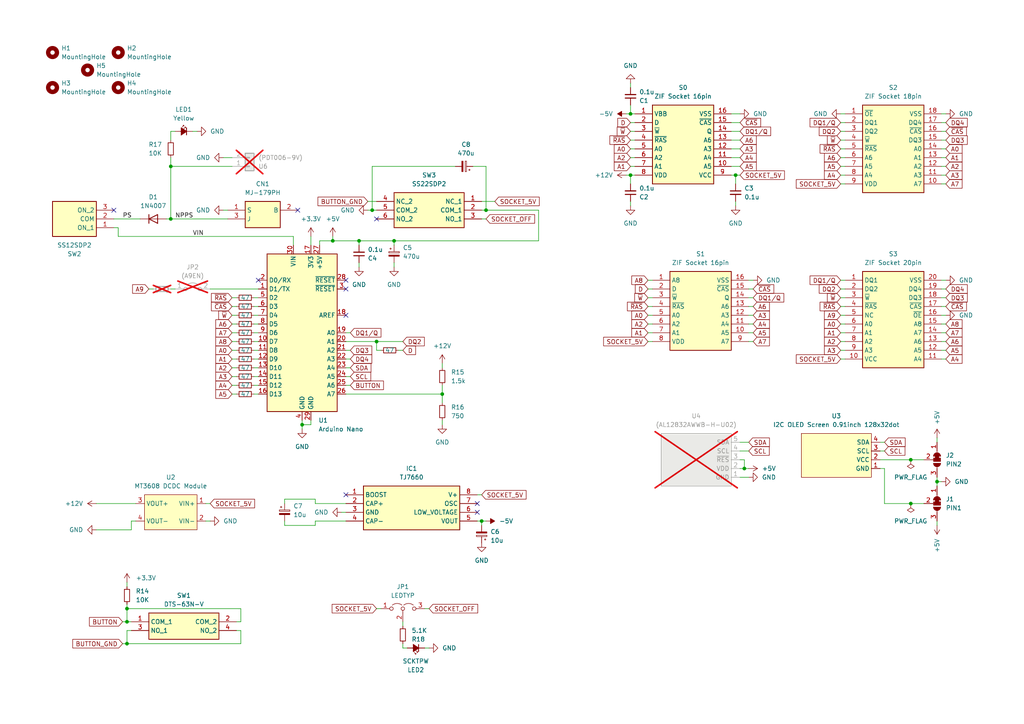
<source format=kicad_sch>
(kicad_sch (version 20230121) (generator eeschema)
  (paper "A4")
  (title_block (title "1bit and 4bit support standalone DRAM tester with display") (date "2025-06-07") (rev "4") (company "Goripon Hardware") (comment 1 "4116/4164/41256/4532/4416/4464/44256/4400 supported."))
  (junction (at 215.9 135.89))
  (junction (at 264.16 133.35))
  (junction (at 114.3 69.85))
  (junction (at 182.88 50.8))
  (junction (at 107.95 60.96))
  (junction (at 140.97 60.96))
  (junction (at 182.88 33.02))
  (junction (at 49.53 63.5))
  (junction (at 104.14 69.85))
  (junction (at 36.83 176.53))
  (junction (at 264.16 146.05))
  (junction (at 36.83 180.34))
  (junction (at 213.36 50.8))
  (junction (at 87.63 123.19))
  (junction (at 109.22 99.06))
  (junction (at 96.52 69.85))
  (junction (at 36.83 186.69))
  (junction (at 128.27 114.3))
  (junction (at 139.7 151.13))
  (junction (at 49.53 48.26))
  (junction (at 271.78 139.7))
  (no_connect (at 86.36 60.96))
  (no_connect (at 100.33 143.51))
  (no_connect (at 109.22 63.5))
  (no_connect (at 100.33 91.44))
  (no_connect (at 74.93 81.28))
  (no_connect (at 100.33 83.82))
  (no_connect (at 138.43 148.59))
  (no_connect (at 138.43 146.05))
  (no_connect (at 33.02 60.96))
  (no_connect (at 100.33 81.28))
  (wire (pts (xy 59.69 146.05) (xy 60.96 146.05)))
  (wire (pts (xy 114.3 69.85) (xy 156.21 69.85)))
  (wire (pts (xy 48.26 63.5) (xy 49.53 63.5)))
  (wire (pts (xy 213.36 53.34) (xy 213.36 50.8)))
  (wire (pts (xy 118.11 187.96) (xy 116.84 187.96)))
  (wire (pts (xy 182.88 33.02) (xy 184.15 33.02)))
  (wire (pts (xy 67.31 114.3) (xy 68.58 114.3)))
  (wire (pts (xy 36.83 182.88) (xy 36.83 186.69)))
  (wire (pts (xy 123.19 187.96) (xy 124.46 187.96)))
  (wire (pts (xy 256.54 135.89) (xy 256.54 146.05)))
  (wire (pts (xy 109.22 99.06) (xy 109.22 101.6)))
  (wire (pts (xy 92.71 69.85) (xy 92.71 71.12)))
  (wire (pts (xy 60.96 151.13) (xy 59.69 151.13)))
  (wire (pts (xy 101.6 96.52) (xy 100.33 96.52)))
  (wire (pts (xy 92.71 69.85) (xy 96.52 69.85)))
  (wire (pts (xy 106.68 60.96) (xy 107.95 60.96)))
  (wire (pts (xy 82.55 144.78) (xy 82.55 146.05)))
  (wire (pts (xy 82.55 152.4) (xy 82.55 151.13)))
  (wire (pts (xy 73.66 99.06) (xy 74.93 99.06)))
  (wire (pts (xy 212.09 43.18) (xy 214.63 43.18)))
  (wire (pts (xy 104.14 77.47) (xy 104.14 76.2)))
  (wire (pts (xy 99.06 148.59) (xy 100.33 148.59)))
  (wire (pts (xy 138.43 143.51) (xy 139.7 143.51)))
  (wire (pts (xy 139.7 60.96) (xy 140.97 60.96)))
  (wire (pts (xy 67.31 99.06) (xy 68.58 99.06)))
  (wire (pts (xy 274.32 50.8) (xy 273.05 50.8)))
  (wire (pts (xy 189.23 86.36) (xy 187.96 86.36)))
  (wire (pts (xy 67.31 104.14) (xy 68.58 104.14)))
  (wire (pts (xy 101.6 101.6) (xy 100.33 101.6)))
  (wire (pts (xy 49.53 38.1) (xy 50.8 38.1)))
  (wire (pts (xy 64.77 45.72) (xy 67.31 45.72)))
  (wire (pts (xy 274.32 88.9) (xy 273.05 88.9)))
  (wire (pts (xy 69.85 182.88) (xy 68.58 182.88)))
  (wire (pts (xy 217.17 91.44) (xy 218.44 91.44)))
  (wire (pts (xy 128.27 105.41) (xy 128.27 106.68)))
  (wire (pts (xy 73.66 91.44) (xy 74.93 91.44)))
  (wire (pts (xy 212.09 45.72) (xy 214.63 45.72)))
  (wire (pts (xy 189.23 88.9) (xy 187.96 88.9)))
  (wire (pts (xy 243.84 53.34) (xy 245.11 53.34)))
  (wire (pts (xy 243.84 99.06) (xy 245.11 99.06)))
  (wire (pts (xy 215.9 133.35) (xy 215.9 135.89)))
  (wire (pts (xy 116.84 101.6) (xy 115.57 101.6)))
  (wire (pts (xy 271.78 140.97) (xy 271.78 139.7)))
  (wire (pts (xy 214.63 133.35) (xy 215.9 133.35)))
  (wire (pts (xy 73.66 96.52) (xy 74.93 96.52)))
  (wire (pts (xy 274.32 38.1) (xy 273.05 38.1)))
  (wire (pts (xy 182.88 38.1) (xy 184.15 38.1)))
  (wire (pts (xy 33.02 66.04) (xy 34.29 66.04)))
  (wire (pts (xy 243.84 35.56) (xy 245.11 35.56)))
  (wire (pts (xy 116.84 99.06) (xy 109.22 99.06)))
  (wire (pts (xy 274.32 81.28) (xy 273.05 81.28)))
  (wire (pts (xy 274.32 101.6) (xy 273.05 101.6)))
  (wire (pts (xy 156.21 60.96) (xy 156.21 69.85)))
  (wire (pts (xy 256.54 128.27) (xy 255.27 128.27)))
  (wire (pts (xy 116.84 181.61) (xy 116.84 180.34)))
  (wire (pts (xy 73.66 101.6) (xy 74.93 101.6)))
  (wire (pts (xy 69.85 180.34) (xy 69.85 176.53)))
  (wire (pts (xy 217.17 88.9) (xy 218.44 88.9)))
  (wire (pts (xy 217.17 99.06) (xy 218.44 99.06)))
  (wire (pts (xy 36.83 186.69) (xy 69.85 186.69)))
  (wire (pts (xy 217.17 96.52) (xy 218.44 96.52)))
  (wire (pts (xy 38.1 182.88) (xy 36.83 182.88)))
  (wire (pts (xy 243.84 48.26) (xy 245.11 48.26)))
  (wire (pts (xy 109.22 99.06) (xy 100.33 99.06)))
  (wire (pts (xy 274.32 53.34) (xy 273.05 53.34)))
  (wire (pts (xy 85.09 68.58) (xy 85.09 71.12)))
  (wire (pts (xy 264.16 133.35) (xy 267.97 133.35)))
  (wire (pts (xy 38.1 151.13) (xy 39.37 151.13)))
  (wire (pts (xy 243.84 86.36) (xy 245.11 86.36)))
  (wire (pts (xy 67.31 96.52) (xy 68.58 96.52)))
  (wire (pts (xy 274.32 45.72) (xy 273.05 45.72)))
  (wire (pts (xy 264.16 146.05) (xy 267.97 146.05)))
  (wire (pts (xy 243.84 101.6) (xy 245.11 101.6)))
  (wire (pts (xy 96.52 68.58) (xy 96.52 69.85)))
  (wire (pts (xy 274.32 93.98) (xy 273.05 93.98)))
  (wire (pts (xy 243.84 33.02) (xy 245.11 33.02)))
  (wire (pts (xy 189.23 91.44) (xy 187.96 91.44)))
  (wire (pts (xy 101.6 106.68) (xy 100.33 106.68)))
  (wire (pts (xy 73.66 109.22) (xy 74.93 109.22)))
  (wire (pts (xy 271.78 127) (xy 271.78 128.27)))
  (wire (pts (xy 55.88 38.1) (xy 57.15 38.1)))
  (wire (pts (xy 213.36 59.69) (xy 213.36 58.42)))
  (wire (pts (xy 91.44 152.4) (xy 91.44 151.13)))
  (wire (pts (xy 91.44 144.78) (xy 91.44 146.05)))
  (wire (pts (xy 49.53 48.26) (xy 49.53 63.5)))
  (wire (pts (xy 38.1 151.13) (xy 38.1 153.67)))
  (wire (pts (xy 140.97 151.13) (xy 139.7 151.13)))
  (wire (pts (xy 124.46 176.53) (xy 123.19 176.53)))
  (wire (pts (xy 67.31 88.9) (xy 68.58 88.9)))
  (wire (pts (xy 139.7 152.4) (xy 139.7 151.13)))
  (wire (pts (xy 100.33 114.3) (xy 128.27 114.3)))
  (wire (pts (xy 114.3 69.85) (xy 114.3 71.12)))
  (wire (pts (xy 128.27 123.19) (xy 128.27 121.92)))
  (wire (pts (xy 36.83 180.34) (xy 38.1 180.34)))
  (wire (pts (xy 66.04 60.96) (xy 64.77 60.96)))
  (wire (pts (xy 104.14 69.85) (xy 114.3 69.85)))
  (wire (pts (xy 67.31 91.44) (xy 68.58 91.44)))
  (wire (pts (xy 182.88 43.18) (xy 184.15 43.18)))
  (wire (pts (xy 182.88 45.72) (xy 184.15 45.72)))
  (wire (pts (xy 96.52 69.85) (xy 104.14 69.85)))
  (wire (pts (xy 212.09 48.26) (xy 214.63 48.26)))
  (wire (pts (xy 217.17 93.98) (xy 218.44 93.98)))
  (wire (pts (xy 67.31 109.22) (xy 68.58 109.22)))
  (wire (pts (xy 243.84 93.98) (xy 245.11 93.98)))
  (wire (pts (xy 109.22 176.53) (xy 110.49 176.53)))
  (wire (pts (xy 274.32 99.06) (xy 273.05 99.06)))
  (wire (pts (xy 212.09 38.1) (xy 214.63 38.1)))
  (wire (pts (xy 243.84 38.1) (xy 245.11 38.1)))
  (wire (pts (xy 140.97 48.26) (xy 140.97 60.96)))
  (wire (pts (xy 243.84 83.82) (xy 245.11 83.82)))
  (wire (pts (xy 243.84 88.9) (xy 245.11 88.9)))
  (wire (pts (xy 100.33 111.76) (xy 101.6 111.76)))
  (wire (pts (xy 87.63 123.19) (xy 87.63 121.92)))
  (wire (pts (xy 182.88 50.8) (xy 184.15 50.8)))
  (wire (pts (xy 274.32 40.64) (xy 273.05 40.64)))
  (wire (pts (xy 106.68 58.42) (xy 109.22 58.42)))
  (wire (pts (xy 181.61 33.02) (xy 182.88 33.02)))
  (wire (pts (xy 182.88 50.8) (xy 182.88 53.34)))
  (wire (pts (xy 212.09 40.64) (xy 214.63 40.64)))
  (wire (pts (xy 243.84 104.14) (xy 245.11 104.14)))
  (wire (pts (xy 214.63 33.02) (xy 212.09 33.02)))
  (wire (pts (xy 107.95 48.26) (xy 132.08 48.26)))
  (wire (pts (xy 116.84 187.96) (xy 116.84 186.69)))
  (wire (pts (xy 274.32 48.26) (xy 273.05 48.26)))
  (wire (pts (xy 67.31 111.76) (xy 68.58 111.76)))
  (wire (pts (xy 273.05 139.7) (xy 271.78 139.7)))
  (wire (pts (xy 217.17 135.89) (xy 215.9 135.89)))
  (wire (pts (xy 243.84 96.52) (xy 245.11 96.52)))
  (wire (pts (xy 274.32 33.02) (xy 273.05 33.02)))
  (wire (pts (xy 187.96 81.28) (xy 189.23 81.28)))
  (wire (pts (xy 256.54 130.81) (xy 255.27 130.81)))
  (wire (pts (xy 49.53 63.5) (xy 66.04 63.5)))
  (wire (pts (xy 49.53 38.1) (xy 49.53 40.64)))
  (wire (pts (xy 73.66 86.36) (xy 74.93 86.36)))
  (wire (pts (xy 187.96 99.06) (xy 189.23 99.06)))
  (wire (pts (xy 271.78 139.7) (xy 271.78 138.43)))
  (wire (pts (xy 128.27 111.76) (xy 128.27 114.3)))
  (wire (pts (xy 35.56 180.34) (xy 36.83 180.34)))
  (wire (pts (xy 82.55 144.78) (xy 91.44 144.78)))
  (wire (pts (xy 213.36 50.8) (xy 212.09 50.8)))
  (wire (pts (xy 255.27 133.35) (xy 264.16 133.35)))
  (wire (pts (xy 49.53 48.26) (xy 67.31 48.26)))
  (wire (pts (xy 90.17 121.92) (xy 90.17 123.19)))
  (wire (pts (xy 274.32 83.82) (xy 273.05 83.82)))
  (wire (pts (xy 67.31 106.68) (xy 68.58 106.68)))
  (wire (pts (xy 49.53 45.72) (xy 49.53 48.26)))
  (wire (pts (xy 182.88 35.56) (xy 184.15 35.56)))
  (wire (pts (xy 33.02 63.5) (xy 40.64 63.5)))
  (wire (pts (xy 87.63 124.46) (xy 87.63 123.19)))
  (wire (pts (xy 34.29 68.58) (xy 34.29 66.04)))
  (wire (pts (xy 73.66 104.14) (xy 74.93 104.14)))
  (wire (pts (xy 217.17 128.27) (xy 214.63 128.27)))
  (wire (pts (xy 181.61 50.8) (xy 182.88 50.8)))
  (wire (pts (xy 274.32 104.14) (xy 273.05 104.14)))
  (wire (pts (xy 49.53 83.82) (xy 50.8 83.82)))
  (wire (pts (xy 36.83 168.91) (xy 36.83 170.18)))
  (wire (pts (xy 243.84 43.18) (xy 245.11 43.18)))
  (wire (pts (xy 139.7 58.42) (xy 143.51 58.42)))
  (wire (pts (xy 73.66 88.9) (xy 74.93 88.9)))
  (wire (pts (xy 67.31 93.98) (xy 68.58 93.98)))
  (wire (pts (xy 217.17 83.82) (xy 218.44 83.82)))
  (wire (pts (xy 217.17 138.43) (xy 214.63 138.43)))
  (wire (pts (xy 27.94 153.67) (xy 38.1 153.67)))
  (wire (pts (xy 69.85 176.53) (xy 36.83 176.53)))
  (wire (pts (xy 274.32 91.44) (xy 273.05 91.44)))
  (wire (pts (xy 91.44 146.05) (xy 100.33 146.05)))
  (wire (pts (xy 274.32 86.36) (xy 273.05 86.36)))
  (wire (pts (xy 68.58 180.34) (xy 69.85 180.34)))
  (wire (pts (xy 73.66 93.98) (xy 74.93 93.98)))
  (wire (pts (xy 274.32 35.56) (xy 273.05 35.56)))
  (wire (pts (xy 73.66 106.68) (xy 74.93 106.68)))
  (wire (pts (xy 271.78 152.4) (xy 271.78 151.13)))
  (wire (pts (xy 189.23 96.52) (xy 187.96 96.52)))
  (wire (pts (xy 107.95 60.96) (xy 109.22 60.96)))
  (wire (pts (xy 243.84 45.72) (xy 245.11 45.72)))
  (wire (pts (xy 91.44 151.13) (xy 100.33 151.13)))
  (wire (pts (xy 243.84 81.28) (xy 245.11 81.28)))
  (wire (pts (xy 36.83 176.53) (xy 36.83 180.34)))
  (wire (pts (xy 69.85 186.69) (xy 69.85 182.88)))
  (wire (pts (xy 101.6 104.14) (xy 100.33 104.14)))
  (wire (pts (xy 27.94 146.05) (xy 39.37 146.05)))
  (wire (pts (xy 82.55 152.4) (xy 91.44 152.4)))
  (wire (pts (xy 110.49 101.6) (xy 109.22 101.6)))
  (wire (pts (xy 189.23 83.82) (xy 187.96 83.82)))
  (wire (pts (xy 182.88 24.13) (xy 182.88 25.4)))
  (wire (pts (xy 182.88 59.69) (xy 182.88 58.42)))
  (wire (pts (xy 215.9 135.89) (xy 214.63 135.89)))
  (wire (pts (xy 140.97 60.96) (xy 156.21 60.96)))
  (wire (pts (xy 217.17 130.81) (xy 214.63 130.81)))
  (wire (pts (xy 182.88 40.64) (xy 184.15 40.64)))
  (wire (pts (xy 274.32 43.18) (xy 273.05 43.18)))
  (wire (pts (xy 243.84 40.64) (xy 245.11 40.64)))
  (wire (pts (xy 189.23 93.98) (xy 187.96 93.98)))
  (wire (pts (xy 73.66 114.3) (xy 74.93 114.3)))
  (wire (pts (xy 60.96 83.82) (xy 74.93 83.82)))
  (wire (pts (xy 212.09 35.56) (xy 214.63 35.56)))
  (wire (pts (xy 214.63 50.8) (xy 213.36 50.8)))
  (wire (pts (xy 182.88 48.26) (xy 184.15 48.26)))
  (wire (pts (xy 140.97 63.5) (xy 139.7 63.5)))
  (wire (pts (xy 67.31 86.36) (xy 68.58 86.36)))
  (wire (pts (xy 36.83 175.26) (xy 36.83 176.53)))
  (wire (pts (xy 107.95 60.96) (xy 107.95 48.26)))
  (wire (pts (xy 255.27 135.89) (xy 256.54 135.89)))
  (wire (pts (xy 182.88 30.48) (xy 182.88 33.02)))
  (wire (pts (xy 90.17 68.58) (xy 90.17 71.12)))
  (wire (pts (xy 101.6 109.22) (xy 100.33 109.22)))
  (wire (pts (xy 137.16 48.26) (xy 140.97 48.26)))
  (wire (pts (xy 114.3 76.2) (xy 114.3 77.47)))
  (wire (pts (xy 34.29 68.58) (xy 85.09 68.58)))
  (wire (pts (xy 73.66 111.76) (xy 74.93 111.76)))
  (wire (pts (xy 218.44 81.28) (xy 217.17 81.28)))
  (wire (pts (xy 90.17 123.19) (xy 87.63 123.19)))
  (wire (pts (xy 35.56 186.69) (xy 36.83 186.69)))
  (wire (pts (xy 256.54 146.05) (xy 264.16 146.05)))
  (wire (pts (xy 67.31 101.6) (xy 68.58 101.6)))
  (wire (pts (xy 274.32 96.52) (xy 273.05 96.52)))
  (wire (pts (xy 128.27 114.3) (xy 128.27 116.84)))
  (wire (pts (xy 43.18 83.82) (xy 44.45 83.82)))
  (wire (pts (xy 243.84 91.44) (xy 245.11 91.44)))
  (wire (pts (xy 139.7 151.13) (xy 138.43 151.13)))
  (wire (pts (xy 104.14 71.12) (xy 104.14 69.85)))
  (wire (pts (xy 217.17 86.36) (xy 218.44 86.36)))
  (wire (pts (xy 243.84 50.8) (xy 245.11 50.8)))
  (label "NPPS" (at 50.8 63.5 0))
  (label "PS" (at 35.56 63.5 0))
  (label "VIN" (at 55.88 68.58 0))
  (global_label "A1" (shape input) (at 243.84 96.52 180) (property "Intersheetrefs" "${INTERSHEET_REFS}" (effects hide)))
  (global_label "A2" (shape input) (at 67.31 106.68 180) (property "Intersheetrefs" "${INTERSHEET_REFS}" (effects hide)))
  (global_label "BUTTON_GND" (shape input) (at 106.68 58.42 180) (property "Intersheetrefs" "${INTERSHEET_REFS}" (effects hide)))
  (global_label "A6" (shape input) (at 67.31 93.98 180) (property "Intersheetrefs" "${INTERSHEET_REFS}" (effects hide)))
  (global_label "A8" (shape input) (at 274.32 93.98 0) (property "Intersheetrefs" "${INTERSHEET_REFS}" (effects hide)))
  (global_label "SOCKET_5V" (shape input) (at 243.84 104.14 180) (property "Intersheetrefs" "${INTERSHEET_REFS}" (effects hide)))
  (global_label "A2" (shape input) (at 274.32 48.26 0) (property "Intersheetrefs" "${INTERSHEET_REFS}" (effects hide)))
  (global_label "~{W}" (shape input) (at 187.96 86.36 180) (property "Intersheetrefs" "${INTERSHEET_REFS}" (effects hide)))
  (global_label "A4" (shape input) (at 243.84 50.8 180) (property "Intersheetrefs" "${INTERSHEET_REFS}" (effects hide)))
  (global_label "A3" (shape input) (at 218.44 91.44 0) (property "Intersheetrefs" "${INTERSHEET_REFS}" (effects hide)))
  (global_label "A0" (shape input) (at 187.96 91.44 180) (property "Intersheetrefs" "${INTERSHEET_REFS}" (effects hide)))
  (global_label "A7" (shape input) (at 218.44 99.06 0) (property "Intersheetrefs" "${INTERSHEET_REFS}" (effects hide)))
  (global_label "A0" (shape input) (at 67.31 101.6 180) (property "Intersheetrefs" "${INTERSHEET_REFS}" (effects hide)))
  (global_label "A8" (shape input) (at 67.31 99.06 180) (property "Intersheetrefs" "${INTERSHEET_REFS}" (effects hide)))
  (global_label "A0" (shape input) (at 274.32 43.18 0) (property "Intersheetrefs" "${INTERSHEET_REFS}" (effects hide)))
  (global_label "SCL" (shape input) (at 217.17 130.81 0) (property "Intersheetrefs" "${INTERSHEET_REFS}" (effects hide)))
  (global_label "~{RAS}" (shape input) (at 243.84 43.18 180) (property "Intersheetrefs" "${INTERSHEET_REFS}" (effects hide)))
  (global_label "A2" (shape input) (at 182.88 45.72 180) (property "Intersheetrefs" "${INTERSHEET_REFS}" (effects hide)))
  (global_label "DQ1{slash}Q" (shape input) (at 243.84 35.56 180) (property "Intersheetrefs" "${INTERSHEET_REFS}" (effects hide)))
  (global_label "A4" (shape input) (at 274.32 104.14 0) (property "Intersheetrefs" "${INTERSHEET_REFS}" (effects hide)))
  (global_label "~{CAS}" (shape input) (at 214.63 35.56 0) (property "Intersheetrefs" "${INTERSHEET_REFS}" (effects hide)))
  (global_label "A1" (shape input) (at 274.32 45.72 0) (property "Intersheetrefs" "${INTERSHEET_REFS}" (effects hide)))
  (global_label "~{RAS}" (shape input) (at 67.31 86.36 180) (property "Intersheetrefs" "${INTERSHEET_REFS}" (effects hide)))
  (global_label "A6" (shape input) (at 243.84 45.72 180) (property "Intersheetrefs" "${INTERSHEET_REFS}" (effects hide)))
  (global_label "BUTTON" (shape input) (at 101.6 111.76 0) (property "Intersheetrefs" "${INTERSHEET_REFS}" (effects hide)))
  (global_label "A2" (shape input) (at 243.84 99.06 180) (property "Intersheetrefs" "${INTERSHEET_REFS}" (effects hide)))
  (global_label "~{RAS}" (shape input) (at 187.96 88.9 180) (property "Intersheetrefs" "${INTERSHEET_REFS}" (effects hide)))
  (global_label "A8" (shape input) (at 187.96 81.28 180) (property "Intersheetrefs" "${INTERSHEET_REFS}" (effects hide)))
  (global_label "~{RAS}" (shape input) (at 243.84 88.9 180) (property "Intersheetrefs" "${INTERSHEET_REFS}" (effects hide)))
  (global_label "SOCKET_OFF" (shape input) (at 140.97 63.5 0) (property "Intersheetrefs" "${INTERSHEET_REFS}" (effects hide)))
  (global_label "A9" (shape input) (at 243.84 91.44 180) (property "Intersheetrefs" "${INTERSHEET_REFS}" (effects hide)))
  (global_label "A4" (shape input) (at 214.63 45.72 0) (property "Intersheetrefs" "${INTERSHEET_REFS}" (effects hide)))
  (global_label "A5" (shape input) (at 243.84 48.26 180) (property "Intersheetrefs" "${INTERSHEET_REFS}" (effects hide)))
  (global_label "SCL" (shape input) (at 256.54 130.81 0) (property "Intersheetrefs" "${INTERSHEET_REFS}" (effects hide)))
  (global_label "DQ1{slash}Q" (shape input) (at 218.44 86.36 0) (property "Intersheetrefs" "${INTERSHEET_REFS}" (effects hide)))
  (global_label "BUTTON_GND" (shape input) (at 35.56 186.69 180) (property "Intersheetrefs" "${INTERSHEET_REFS}" (effects hide)))
  (global_label "D" (shape input) (at 182.88 35.56 180) (property "Intersheetrefs" "${INTERSHEET_REFS}" (effects hide)))
  (global_label "SOCKET_5V" (shape input) (at 243.84 53.34 180) (property "Intersheetrefs" "${INTERSHEET_REFS}" (effects hide)))
  (global_label "A1" (shape input) (at 182.88 48.26 180) (property "Intersheetrefs" "${INTERSHEET_REFS}" (effects hide)))
  (global_label "~{CAS}" (shape input) (at 67.31 88.9 180) (property "Intersheetrefs" "${INTERSHEET_REFS}" (effects hide)))
  (global_label "DQ2" (shape input) (at 243.84 83.82 180) (property "Intersheetrefs" "${INTERSHEET_REFS}" (effects hide)))
  (global_label "~{RAS}" (shape input) (at 182.88 40.64 180) (property "Intersheetrefs" "${INTERSHEET_REFS}" (effects hide)))
  (global_label "DQ1{slash}Q" (shape input) (at 243.84 81.28 180) (property "Intersheetrefs" "${INTERSHEET_REFS}" (effects hide)))
  (global_label "SOCKET_5V" (shape input) (at 187.96 99.06 180) (property "Intersheetrefs" "${INTERSHEET_REFS}" (effects hide)))
  (global_label "~{CAS}" (shape input) (at 274.32 88.9 0) (property "Intersheetrefs" "${INTERSHEET_REFS}" (effects hide)))
  (global_label "D" (shape input) (at 116.84 101.6 0) (property "Intersheetrefs" "${INTERSHEET_REFS}" (effects hide)))
  (global_label "SOCKET_5V" (shape input) (at 60.96 146.05 0) (property "Intersheetrefs" "${INTERSHEET_REFS}" (effects hide)))
  (global_label "SOCKET_5V" (shape input) (at 143.51 58.42 0) (property "Intersheetrefs" "${INTERSHEET_REFS}" (effects hide)))
  (global_label "A5" (shape input) (at 214.63 48.26 0) (property "Intersheetrefs" "${INTERSHEET_REFS}" (effects hide)))
  (global_label "BUTTON" (shape input) (at 35.56 180.34 180) (property "Intersheetrefs" "${INTERSHEET_REFS}" (effects hide)))
  (global_label "A9" (shape input) (at 43.18 83.82 180) (property "Intersheetrefs" "${INTERSHEET_REFS}" (effects hide)))
  (global_label "A7" (shape input) (at 274.32 96.52 0) (property "Intersheetrefs" "${INTERSHEET_REFS}" (effects hide)))
  (global_label "SOCKET_OFF" (shape input) (at 124.46 176.53 0) (property "Intersheetrefs" "${INTERSHEET_REFS}" (effects hide)))
  (global_label "A4" (shape input) (at 218.44 93.98 0) (property "Intersheetrefs" "${INTERSHEET_REFS}" (effects hide)))
  (global_label "DQ3" (shape input) (at 274.32 86.36 0) (property "Intersheetrefs" "${INTERSHEET_REFS}" (effects hide)))
  (global_label "SOCKET_5V" (shape input) (at 214.63 50.8 0) (property "Intersheetrefs" "${INTERSHEET_REFS}" (effects hide)))
  (global_label "A3" (shape input) (at 67.31 109.22 180) (property "Intersheetrefs" "${INTERSHEET_REFS}" (effects hide)))
  (global_label "SDA" (shape input) (at 101.6 106.68 0) (property "Intersheetrefs" "${INTERSHEET_REFS}" (effects hide)))
  (global_label "DQ4" (shape input) (at 274.32 83.82 0) (property "Intersheetrefs" "${INTERSHEET_REFS}" (effects hide)))
  (global_label "A6" (shape input) (at 274.32 99.06 0) (property "Intersheetrefs" "${INTERSHEET_REFS}" (effects hide)))
  (global_label "A1" (shape input) (at 187.96 96.52 180) (property "Intersheetrefs" "${INTERSHEET_REFS}" (effects hide)))
  (global_label "SOCKET_5V" (shape input) (at 139.7 143.51 0) (property "Intersheetrefs" "${INTERSHEET_REFS}" (effects hide)))
  (global_label "A5" (shape input) (at 218.44 96.52 0) (property "Intersheetrefs" "${INTERSHEET_REFS}" (effects hide)))
  (global_label "DQ4" (shape input) (at 274.32 35.56 0) (property "Intersheetrefs" "${INTERSHEET_REFS}" (effects hide)))
  (global_label "A3" (shape input) (at 243.84 101.6 180) (property "Intersheetrefs" "${INTERSHEET_REFS}" (effects hide)))
  (global_label "DQ2" (shape input) (at 116.84 99.06 0) (property "Intersheetrefs" "${INTERSHEET_REFS}" (effects hide)))
  (global_label "A0" (shape input) (at 182.88 43.18 180) (property "Intersheetrefs" "${INTERSHEET_REFS}" (effects hide)))
  (global_label "~{W}" (shape input) (at 243.84 40.64 180) (property "Intersheetrefs" "${INTERSHEET_REFS}" (effects hide)))
  (global_label "~{W}" (shape input) (at 67.31 91.44 180) (property "Intersheetrefs" "${INTERSHEET_REFS}" (effects hide)))
  (global_label "~{W}" (shape input) (at 243.84 86.36 180) (property "Intersheetrefs" "${INTERSHEET_REFS}" (effects hide)))
  (global_label "SOCKET_5V" (shape input) (at 109.22 176.53 180) (property "Intersheetrefs" "${INTERSHEET_REFS}" (effects hide)))
  (global_label "A4" (shape input) (at 67.31 111.76 180) (property "Intersheetrefs" "${INTERSHEET_REFS}" (effects hide)))
  (global_label "DQ1{slash}Q" (shape input) (at 214.63 38.1 0) (property "Intersheetrefs" "${INTERSHEET_REFS}" (effects hide)))
  (global_label "~{W}" (shape input) (at 182.88 38.1 180) (property "Intersheetrefs" "${INTERSHEET_REFS}" (effects hide)))
  (global_label "DQ3" (shape input) (at 274.32 40.64 0) (property "Intersheetrefs" "${INTERSHEET_REFS}" (effects hide)))
  (global_label "DQ2" (shape input) (at 243.84 38.1 180) (property "Intersheetrefs" "${INTERSHEET_REFS}" (effects hide)))
  (global_label "~{CAS}" (shape input) (at 218.44 83.82 0) (property "Intersheetrefs" "${INTERSHEET_REFS}" (effects hide)))
  (global_label "A5" (shape input) (at 274.32 101.6 0) (property "Intersheetrefs" "${INTERSHEET_REFS}" (effects hide)))
  (global_label "~{CAS}" (shape input) (at 274.32 38.1 0) (property "Intersheetrefs" "${INTERSHEET_REFS}" (effects hide)))
  (global_label "A3" (shape input) (at 214.63 43.18 0) (property "Intersheetrefs" "${INTERSHEET_REFS}" (effects hide)))
  (global_label "DQ4" (shape input) (at 101.6 104.14 0) (property "Intersheetrefs" "${INTERSHEET_REFS}" (effects hide)))
  (global_label "A2" (shape input) (at 187.96 93.98 180) (property "Intersheetrefs" "${INTERSHEET_REFS}" (effects hide)))
  (global_label "A3" (shape input) (at 274.32 50.8 0) (property "Intersheetrefs" "${INTERSHEET_REFS}" (effects hide)))
  (global_label "SDA" (shape input) (at 256.54 128.27 0) (property "Intersheetrefs" "${INTERSHEET_REFS}" (effects hide)))
  (global_label "SCL" (shape input) (at 101.6 109.22 0) (property "Intersheetrefs" "${INTERSHEET_REFS}" (effects hide)))
  (global_label "A7" (shape input) (at 67.31 96.52 180) (property "Intersheetrefs" "${INTERSHEET_REFS}" (effects hide)))
  (global_label "A0" (shape input) (at 243.84 93.98 180) (property "Intersheetrefs" "${INTERSHEET_REFS}" (effects hide)))
  (global_label "A6" (shape input) (at 214.63 40.64 0) (property "Intersheetrefs" "${INTERSHEET_REFS}" (effects hide)))
  (global_label "DQ3" (shape input) (at 101.6 101.6 0) (property "Intersheetrefs" "${INTERSHEET_REFS}" (effects hide)))
  (global_label "A6" (shape input) (at 218.44 88.9 0) (property "Intersheetrefs" "${INTERSHEET_REFS}" (effects hide)))
  (global_label "DQ1{slash}Q" (shape input) (at 101.6 96.52 0) (property "Intersheetrefs" "${INTERSHEET_REFS}" (effects hide)))
  (global_label "A1" (shape input) (at 67.31 104.14 180) (property "Intersheetrefs" "${INTERSHEET_REFS}" (effects hide)))
  (global_label "SDA" (shape input) (at 217.17 128.27 0) (property "Intersheetrefs" "${INTERSHEET_REFS}" (effects hide)))
  (global_label "D" (shape input) (at 187.96 83.82 180) (property "Intersheetrefs" "${INTERSHEET_REFS}" (effects hide)))
  (global_label "A7" (shape input) (at 274.32 53.34 0) (property "Intersheetrefs" "${INTERSHEET_REFS}" (effects hide)))
  (global_label "A5" (shape input) (at 67.31 114.3 180) (property "Intersheetrefs" "${INTERSHEET_REFS}" (effects hide)))
  (symbol (lib_id "power:+5V") (at 271.78 127 0) (mirror y) (unit 1)
    (property "Reference" "#PWR06" (effects hide))
    (property "Value" "+5V" (at 271.78 123.19 90) (effects (justify left)))
  )
  (symbol (lib_id "power:GND") (at 57.15 38.1 90) (unit 1)
    (property "Reference" "#PWR09" (effects hide))
    (property "Value" "GND" (at 60.96 38.1 90) (effects (justify right)))
  )
  (symbol (lib_id "power:+12V") (at 181.61 50.8 90) (unit 1)
    (property "Reference" "#PWR0134" (effects hide))
    (property "Value" "+12V" (at 177.8 50.8 90) (effects (justify left)))
  )
  (symbol (lib_id "power:PWR_FLAG") (at 264.16 133.35 180) (unit 1)
    (property "Reference" "#FLG03" (effects hide))
    (property "Value" "PWR_FLAG" (at 264.16 138.43 0))
  )
  (symbol (lib_id "Jumper:Jumper_2_Open") (at 55.88 83.82 0) (unit 1) (in_bom no) (dnp yes)
    (property "Reference" "JP2" (at 55.88 77.47 0))
    (property "Value" "(A9EN)" (at 55.88 80.01 0))
    (property "Footprint" "Connector_PinHeader_2.54mm:PinHeader_1x02_P2.54mm_Vertical" (effects hide))
  )
  (symbol (lib_id "Device:R_Small") (at 71.12 86.36 90) (unit 1)
    (property "Reference" "R1" (effects hide))
    (property "Value" "47" (at 71.12 86.36 90))
    (property "Footprint" "ProjectLibrary:R_Axial_DIN0207_L6.3mm_D2.5mm_P7.62mm_Horizontal" (effects hide))
  )
  (symbol (lib_id "Mechanical:MountingHole") (at 34.29 25.4 0) (unit 1) (in_bom no)
    (property "Reference" "H4" (at 36.83 24.13 0) (effects (justify left)))
    (property "Value" "MountingHole" (at 36.83 26.67 0) (effects (justify left)))
    (property "Footprint" "MountingHole:MountingHole_3.2mm_M3" (effects hide))
  )
  (symbol (lib_id "power:GND") (at 213.36 59.69 0) (unit 1)
    (property "Reference" "#PWR0104" (effects hide))
    (property "Value" "GND" (at 213.36 64.77 0))
  )
  (symbol (lib_id "power:GND") (at 64.77 45.72 270) (unit 1)
    (property "Reference" "#PWR018" (effects hide))
    (property "Value" "GND" (at 60.96 45.72 90) (effects (justify right)))
  )
  (symbol (lib_id "Device:R_Small") (at 71.12 93.98 90) (unit 1)
    (property "Reference" "R4" (effects hide))
    (property "Value" "47" (at 71.12 93.98 90))
    (property "Footprint" "ProjectLibrary:R_Axial_DIN0207_L6.3mm_D2.5mm_P7.62mm_Horizontal" (effects hide))
  )
  (symbol (lib_id "Device:C_Small") (at 182.88 55.88 0) (mirror x) (unit 1)
    (property "Reference" "C2" (at 185.42 57.1437 0) (effects (justify left)))
    (property "Value" "0.1u" (at 185.42 54.6037 0) (effects (justify left)))
    (property "Footprint" "Capacitor_THT:C_Disc_D3.4mm_W2.1mm_P2.50mm" (effects hide))
  )
  (symbol (lib_id "power:GND") (at 243.84 33.02 270) (unit 1)
    (property "Reference" "#PWR0109" (effects hide))
    (property "Value" "GND" (at 240.03 33.02 90) (effects (justify right)))
  )
  (symbol (lib_id "ProjectLibrary:MT3608_DCDC_Module") (at 49.53 148.59 0) (unit 1)
    (property "Reference" "U2" (at 49.53 138.43 0))
    (property "Value" "MT3608 DCDC Module" (at 49.53 140.97 0))
    (property "Footprint" "ProjectLibrary:MT3608_DCDC_Module" (effects hide))
  )
  (symbol (lib_id "Device:C_Small") (at 104.14 73.66 0) (mirror x) (unit 1)
    (property "Reference" "C4" (at 106.68 74.9237 0) (effects (justify left)))
    (property "Value" "0.1u" (at 106.68 72.3837 0) (effects (justify left)))
    (property "Footprint" "Capacitor_THT:C_Disc_D3.4mm_W2.1mm_P2.50mm" (effects hide))
  )
  (symbol (lib_id "power:GND") (at 182.88 59.69 0) (unit 1)
    (property "Reference" "#PWR0102" (effects hide))
    (property "Value" "GND" (at 182.88 64.77 0))
  )
  (symbol (lib_id "power:GND") (at 182.88 24.13 180) (unit 1)
    (property "Reference" "#PWR0115" (effects hide))
    (property "Value" "GND" (at 182.88 19.05 0))
  )
  (symbol (lib_id "power:+3.3V") (at 36.83 168.91 0) (unit 1)
    (property "Reference" "#PWR014" (effects hide))
    (property "Value" "+3.3V" (at 39.37 167.64 0) (effects (justify left)))
  )
  (symbol (lib_id "power:GND") (at 114.3 77.47 0) (mirror y) (unit 1)
    (property "Reference" "#PWR010" (effects hide))
    (property "Value" "GND" (at 114.3 82.55 0))
  )
  (symbol (lib_id "Device:R_Small") (at 128.27 109.22 0) (unit 1)
    (property "Reference" "R15" (at 130.81 107.95 0) (effects (justify left)))
    (property "Value" "1.5k" (at 130.81 110.49 0) (effects (justify left)))
    (property "Footprint" "Resistor_THT:R_Axial_DIN0207_L6.3mm_D2.5mm_P7.62mm_Horizontal" (effects hide))
  )
  (symbol (lib_id "power:GND") (at 104.14 77.47 0) (mirror y) (unit 1)
    (property "Reference" "#PWR0131" (effects hide))
    (property "Value" "GND" (at 104.14 82.55 0))
  )
  (symbol (lib_id "Mechanical:MountingHole") (at 25.4 20.32 0) (unit 1) (in_bom no)
    (property "Reference" "H5" (at 27.94 19.05 0) (effects (justify left)))
    (property "Value" "MountingHole" (at 27.94 21.59 0) (effects (justify left)))
    (property "Footprint" "MountingHole:MountingHole_3.2mm_M3" (effects hide))
  )
  (symbol (lib_id "Device:R_Small") (at 116.84 184.15 0) (mirror x) (unit 1)
    (property "Reference" "R18" (at 119.38 185.42 0) (effects (justify left)))
    (property "Value" "5.1K" (at 119.38 182.88 0) (effects (justify left)))
    (property "Footprint" "Resistor_THT:R_Axial_DIN0207_L6.3mm_D2.5mm_P7.62mm_Horizontal" (effects hide))
  )
  (symbol (lib_id "Device:C_Small") (at 213.36 55.88 0) (unit 1)
    (property "Reference" "C3" (at 215.9 54.6163 0) (effects (justify left)))
    (property "Value" "0.1u" (at 215.9 57.1563 0) (effects (justify left)))
    (property "Footprint" "Capacitor_THT:C_Disc_D3.4mm_W2.1mm_P2.50mm" (effects hide))
  )
  (symbol (lib_id "Jumper:SolderJumper_3_Bridged12") (at 271.78 133.35 270) (unit 1) (in_bom no)
    (property "Reference" "J2" (at 274.32 132.08 90) (effects (justify left)))
    (property "Value" "PIN2" (at 274.32 134.62 90) (effects (justify left)))
    (property "Footprint" "Jumper:SolderJumper-3_P1.3mm_Bridged12_RoundedPad1.0x1.5mm" (effects hide))
  )
  (symbol (lib_id "power:+12V") (at 128.27 105.41 0) (unit 1)
    (property "Reference" "#PWR01" (effects hide))
    (property "Value" "+12V" (at 128.27 100.33 0))
  )
  (symbol (lib_id "Device:R_Small") (at 113.03 101.6 90) (unit 1)
    (property "Reference" "R13" (effects hide))
    (property "Value" "47" (at 113.03 101.6 90))
    (property "Footprint" "ProjectLibrary:R_Axial_DIN0207_L6.3mm_D2.5mm_P7.62mm_Horizontal" (effects hide))
  )
  (symbol (lib_id "Device:R_Small") (at 71.12 104.14 90) (unit 1)
    (property "Reference" "R8" (effects hide))
    (property "Value" "47" (at 71.12 104.14 90))
    (property "Footprint" "ProjectLibrary:R_Axial_DIN0207_L6.3mm_D2.5mm_P7.62mm_Horizontal" (effects hide))
  )
  (symbol (lib_id "MCU_Module:Arduino_Nano_v3.x") (at 87.63 96.52 0) (unit 1)
    (property "Reference" "U1" (at 92.3641 121.92 0) (effects (justify left)))
    (property "Value" "Arduino Nano" (at 92.3641 124.46 0) (effects (justify left)))
    (property "Footprint" "Module:Arduino_Nano" (effects hide))
    (property "Datasheet" "http://www.mouser.com/pdfdocs/Gravitech_Arduino_Nano3_0.pdf" (effects hide))
  )
  (symbol (lib_id "ProjectLibrary:DRAM_256Kx4") (at 259.08 92.71 0) (unit 1)
    (property "Reference" "S3" (at 259.08 73.66 0))
    (property "Value" "ZIF Socket 20pin" (at 259.08 76.2 0))
    (property "Footprint" "Socket:DIP_Socket-20_W4.3_W5.08_W7.62_W10.16_W10.9_3M_220-3342-00-0602J" (effects hide))
  )
  (symbol (lib_id "Device:R_Small") (at 71.12 111.76 90) (unit 1)
    (property "Reference" "R11" (effects hide))
    (property "Value" "47" (at 71.12 111.76 90))
    (property "Footprint" "ProjectLibrary:R_Axial_DIN0207_L6.3mm_D2.5mm_P7.62mm_Horizontal" (effects hide))
  )
  (symbol (lib_id "power:+5V") (at 271.78 152.4 0) (mirror x) (unit 1)
    (property "Reference" "#PWR012" (effects hide))
    (property "Value" "+5V" (at 271.78 156.21 90) (effects (justify left)))
  )
  (symbol (lib_id "power:GND") (at 64.77 60.96 270) (unit 1)
    (property "Reference" "#PWR03" (effects hide))
    (property "Value" "GND" (at 60.96 60.96 90) (effects (justify right)))
  )
  (symbol (lib_id "power:GND") (at 87.63 124.46 0) (mirror y) (unit 1)
    (property "Reference" "#PWR0121" (effects hide))
    (property "Value" "GND" (at 87.63 129.54 0))
  )
  (symbol (lib_id "ProjectLibrary:SS12SDP2") (at 33.02 66.04 180) (unit 1)
    (property "Reference" "SW2" (at 21.59 73.66 0))
    (property "Value" "SS12SDP2" (at 21.59 71.12 0))
    (property "Footprint" "ProjectLibrary:SS12SDP2" (effects hide))
    (property "Datasheet" "http://www.mouser.com/ds/2/295/SSnonilluminated-31749.pdf" (effects hide))
    (property "Height" "4" (effects hide))
    (property "Manufacturer_Name" "NKK Switches" (effects hide))
    (property "Manufacturer_Part_Number" "SS12SDP2" (effects hide))
    (property "Mouser Part Number" "633-SS12SDP2" (effects hide))
    (property "Mouser Price/Stock" "https://www.mouser.co.uk/ProductDetail/NKK-Switches/SS12SDP2?qs=Av7JdS0MGqKsG%252BWOKKtU2w%3D%3D" (effects hide))
    (property "Arrow Part Number" "SS12SDP2" (effects hide))
    (property "Arrow Price/Stock" "https://www.arrow.com/en/products/ss12sdp2/nkk-switches?region=nac" (effects hide))
  )
  (symbol (lib_id "power:GND") (at 106.68 60.96 270) (mirror x) (unit 1)
    (property "Reference" "#PWR015" (effects hide))
    (property "Value" "GND" (at 102.87 60.96 90) (effects (justify right)))
  )
  (symbol (lib_id "Device:R_Small") (at 128.27 119.38 0) (unit 1)
    (property "Reference" "R16" (at 130.81 118.11 0) (effects (justify left)))
    (property "Value" "750" (at 130.81 120.65 0) (effects (justify left)))
    (property "Footprint" "Resistor_THT:R_Axial_DIN0207_L6.3mm_D2.5mm_P7.62mm_Horizontal" (effects hide))
  )
  (symbol (lib_id "Jumper:SolderJumper_3_Bridged12") (at 271.78 146.05 270) (unit 1) (in_bom no)
    (property "Reference" "J1" (at 274.32 144.78 90) (effects (justify left)))
    (property "Value" "PIN1" (at 274.32 147.32 90) (effects (justify left)))
    (property "Footprint" "Jumper:SolderJumper-3_P1.3mm_Bridged12_RoundedPad1.0x1.5mm" (effects hide))
  )
  (symbol (lib_id "power:+5V") (at 217.17 135.89 270) (mirror x) (unit 1)
    (property "Reference" "#PWR04" (effects hide))
    (property "Value" "+5V" (at 220.98 135.89 90) (effects (justify left)))
  )
  (symbol (lib_id "ProjectLibrary:TC7660SCPA") (at 100.33 143.51 0) (unit 1)
    (property "Reference" "IC1" (at 119.38 135.89 0))
    (property "Value" "TJ7660" (at 119.38 138.43 0))
    (property "Footprint" "ProjectLibrary:DIP8_300mil_FineLongPad" (effects hide))
    (property "Datasheet" "https://akizukidenshi.com/goodsaffix/tj7660.pdf" (effects hide))
    (property "Height" "5.334" (effects hide))
    (property "Manufacturer_Name" "Microchip" (effects hide))
    (property "Manufacturer_Part_Number" "TC7660SCPA" (effects hide))
    (property "Mouser Part Number" "579-TC7660SCPA" (effects hide))
    (property "Mouser Price/Stock" "https://www.mouser.co.uk/ProductDetail/Microchip-Technology/TC7660SCPA?qs=iPotdFlfUx98hlix9UcWJA%3D%3D" (effects hide))
    (property "Arrow Part Number" "TC7660SCPA" (effects hide))
    (property "Arrow Price/Stock" "https://www.arrow.com/en/products/tc7660scpa/microchip-technology?region=nac" (effects hide))
  )
  (symbol (lib_id "Mechanical:MountingHole") (at 34.29 15.24 0) (unit 1) (in_bom no)
    (property "Reference" "H2" (at 36.83 13.97 0) (effects (justify left)))
    (property "Value" "MountingHole" (at 36.83 16.51 0) (effects (justify left)))
    (property "Footprint" "MountingHole:MountingHole_3.2mm_M3" (effects hide))
  )
  (symbol (lib_id "ProjectLibrary:DRAM_16Kx1") (at 198.12 41.91 0) (unit 1)
    (property "Reference" "S0" (at 198.12 25.4 0))
    (property "Value" "ZIF Socket 16pin" (at 198.12 27.94 0))
    (property "Footprint" "Socket:DIP_Socket-16_W4.3_W5.08_W7.62_W10.16_W10.9_3M_216-3340-00-0602J" (effects hide))
  )
  (symbol (lib_id "power:GND") (at 139.7 157.48 0) (unit 1)
    (property "Reference" "#PWR0122" (effects hide))
    (property "Value" "GND" (at 139.7 162.56 0))
  )
  (symbol (lib_id "Device:C_Polarized_Small") (at 139.7 154.94 180) (unit 1)
    (property "Reference" "C6" (at 142.24 154.2161 0) (effects (justify right)))
    (property "Value" "10u" (at 142.24 156.7561 0) (effects (justify right)))
    (property "Footprint" "Capacitor_THT:CP_Radial_D5.0mm_P2.00mm" (effects hide))
  )
  (symbol (lib_id "power:GND") (at 99.06 148.59 270) (mirror x) (unit 1)
    (property "Reference" "#PWR0119" (effects hide))
    (property "Value" "GND" (at 95.25 148.59 90) (effects (justify right)))
  )
  (symbol (lib_id "ProjectLibrary:I2C_OLED_Screen_0.91_128x32") (at 242.57 127 0) (unit 1)
    (property "Reference" "U3" (at 242.57 120.65 0))
    (property "Value" "I2C OLED Screen 0.91inch 128x32dot" (at 242.57 123.19 0))
    (property "Footprint" "ProjectLibrary:I2C_OLED_0.91in_128x32" (effects hide))
  )
  (symbol (lib_id "Device:R_Small") (at 71.12 88.9 90) (unit 1)
    (property "Reference" "R2" (effects hide))
    (property "Value" "47" (at 71.12 88.9 90))
    (property "Footprint" "ProjectLibrary:R_Axial_DIN0207_L6.3mm_D2.5mm_P7.62mm_Horizontal" (effects hide))
  )
  (symbol (lib_id "Device:R_Small") (at 71.12 101.6 90) (unit 1)
    (property "Reference" "R7" (effects hide))
    (property "Value" "47" (at 71.12 101.6 90))
    (property "Footprint" "ProjectLibrary:R_Axial_DIN0207_L6.3mm_D2.5mm_P7.62mm_Horizontal" (effects hide))
  )
  (symbol (lib_id "Device:LED_Small_Filled") (at 53.34 38.1 0) (mirror y) (unit 1)
    (property "Reference" "LED1" (at 53.2765 31.75 0))
    (property "Value" "Yellow" (at 53.2765 34.29 0))
    (property "Footprint" "LED_THT:LED_D3.0mm" (effects hide))
  )
  (symbol (lib_id "Diode:1N4007") (at 44.45 63.5 0) (mirror x) (unit 1)
    (property "Reference" "D1" (at 44.45 57.15 0))
    (property "Value" "1N4007" (at 44.45 59.69 0))
    (property "Footprint" "Diode_THT:D_DO-41_SOD81_P10.16mm_Horizontal" (effects hide))
    (property "Datasheet" "http://www.vishay.com/docs/88503/1n4001.pdf" (effects hide))
    (property "Sim.Device" "D" (effects hide))
    (property "Sim.Pins" "1=K 2=A" (effects hide))
  )
  (symbol (lib_id "Device:C_Small") (at 182.88 27.94 0) (mirror x) (unit 1)
    (property "Reference" "C1" (at 185.42 29.2037 0) (effects (justify left)))
    (property "Value" "0.1u" (at 185.42 26.6637 0) (effects (justify left)))
    (property "Footprint" "Capacitor_THT:C_Disc_D3.4mm_W2.1mm_P2.50mm" (effects hide))
  )
  (symbol (lib_id "Device:R_Small") (at 71.12 91.44 90) (unit 1)
    (property "Reference" "R3" (effects hide))
    (property "Value" "47" (at 71.12 91.44 90))
    (property "Footprint" "ProjectLibrary:R_Axial_DIN0207_L6.3mm_D2.5mm_P7.62mm_Horizontal" (effects hide))
  )
  (symbol (lib_id "power:GND") (at 274.32 81.28 90) (unit 1)
    (property "Reference" "#PWR0106" (effects hide))
    (property "Value" "GND" (at 278.13 81.28 90) (effects (justify right)))
  )
  (symbol (lib_id "power:GND") (at 274.32 33.02 90) (unit 1)
    (property "Reference" "#PWR0111" (effects hide))
    (property "Value" "GND" (at 278.13 33.02 90) (effects (justify right)))
  )
  (symbol (lib_id "power:+12V") (at 27.94 146.05 90) (unit 1)
    (property "Reference" "#PWR0118" (effects hide))
    (property "Value" "+12V" (at 24.13 146.05 90) (effects (justify left)))
  )
  (symbol (lib_id "Device:R_Small") (at 71.12 106.68 90) (unit 1)
    (property "Reference" "R9" (effects hide))
    (property "Value" "47" (at 71.12 106.68 90))
    (property "Footprint" "ProjectLibrary:R_Axial_DIN0207_L6.3mm_D2.5mm_P7.62mm_Horizontal" (effects hide))
  )
  (symbol (lib_id "power:PWR_FLAG") (at 264.16 146.05 180) (unit 1)
    (property "Reference" "#FLG04" (effects hide))
    (property "Value" "PWR_FLAG" (at 264.16 151.13 0))
  )
  (symbol (lib_id "Device:R_Small") (at 46.99 83.82 90) (unit 1) (in_bom no) (dnp yes)
    (property "Reference" "R19" (effects hide))
    (property "Value" "(47)" (at 46.99 83.82 90))
    (property "Footprint" "Resistor_THT:R_Axial_DIN0207_L6.3mm_D2.5mm_P7.62mm_Horizontal" (effects hide))
  )
  (symbol (lib_id "power:GND") (at 274.32 91.44 90) (unit 1)
    (property "Reference" "#PWR0105" (effects hide))
    (property "Value" "GND" (at 278.13 91.44 90) (effects (justify right)))
  )
  (symbol (lib_id "Device:R_Small") (at 71.12 96.52 90) (unit 1)
    (property "Reference" "R5" (effects hide))
    (property "Value" "47" (at 71.12 96.52 90))
    (property "Footprint" "ProjectLibrary:R_Axial_DIN0207_L6.3mm_D2.5mm_P7.62mm_Horizontal" (effects hide))
  )
  (symbol (lib_id "Device:C_Polarized_Small") (at 114.3 73.66 0) (unit 1)
    (property "Reference" "C5" (at 116.84 71.8439 0) (effects (justify left)))
    (property "Value" "470u" (at 116.84 74.3839 0) (effects (justify left)))
    (property "Footprint" "Capacitor_THT:CP_Radial_D8.0mm_P3.50mm" (effects hide))
  )
  (symbol (lib_id "power:GND") (at 217.17 138.43 90) (unit 1)
    (property "Reference" "#PWR05" (effects hide))
    (property "Value" "GND" (at 220.98 138.43 90) (effects (justify right)))
  )
  (symbol (lib_id "power:GND") (at 273.05 139.7 90) (unit 1)
    (property "Reference" "#PWR07" (effects hide))
    (property "Value" "GND" (at 276.86 139.7 90) (effects (justify right)))
  )
  (symbol (lib_id "Device:R_Small") (at 71.12 114.3 90) (unit 1)
    (property "Reference" "R12" (effects hide))
    (property "Value" "47" (at 71.12 114.3 90))
    (property "Footprint" "ProjectLibrary:R_Axial_DIN0207_L6.3mm_D2.5mm_P7.62mm_Horizontal" (effects hide))
  )
  (symbol (lib_id "ProjectLibrary:SS22SDP2") (at 139.7 58.42 0) (mirror y) (unit 1)
    (property "Reference" "SW3" (at 124.46 50.8 0))
    (property "Value" "SS22SDP2" (at 124.46 53.34 0))
    (property "Footprint" "ProjectLibrary:SS22SDP2" (effects hide))
    (property "Datasheet" "https://www.nkkswitches.co.jp/product/detailed/SS-22SDP2.html" (effects hide))
    (property "Height" "6.5" (effects hide))
    (property "Manufacturer_Name" "NKK Switches" (effects hide))
    (property "Manufacturer_Part_Number" "SS22SDP2" (effects hide))
    (property "Mouser Part Number" "633-SS22SDP2" (effects hide))
    (property "Mouser Price/Stock" "https://www.mouser.co.uk/ProductDetail/NKK-Switches/SS22SDP2?qs=Av7JdS0MGqKe6DymHaZ%2Few%3D%3D" (effects hide))
    (property "Arrow Part Number" "SS22SDP2" (effects hide))
    (property "Arrow Price/Stock" "https://www.arrow.com/en/products/ss22sdp2/nkk-switches?region=europe" (effects hide))
  )
  (symbol (lib_id "power:+3.3V") (at 90.17 68.58 0) (unit 1)
    (property "Reference" "#PWR011" (effects hide))
    (property "Value" "+3.3V" (at 90.17 63.5 0))
  )
  (symbol (lib_id "power:-5V") (at 181.61 33.02 90) (unit 1)
    (property "Reference" "#PWR0116" (effects hide))
    (property "Value" "-5V" (at 177.8 33.02 90) (effects (justify left)))
  )
  (symbol (lib_id "Mechanical:MountingHole") (at 15.24 25.4 0) (unit 1) (in_bom no)
    (property "Reference" "H3" (at 17.78 24.13 0) (effects (justify left)))
    (property "Value" "MountingHole" (at 17.78 26.67 0) (effects (justify left)))
    (property "Footprint" "MountingHole:MountingHole_3.2mm_M3" (effects hide))
  )
  (symbol (lib_id "ProjectLibrary:MJ-179PH") (at 66.04 60.96 0) (unit 1)
    (property "Reference" "CN1" (at 76.2 53.34 0))
    (property "Value" "MJ-179PH" (at 76.2 55.88 0))
    (property "Footprint" "ProjectLibrary:MJ179PH" (effects hide))
    (property "Datasheet" "http://akizukidenshi.com/download/ds/marushin/MJ179PH-MJ180PH.pdf" (effects hide))
    (property "Height" "11" (effects hide))
    (property "Manufacturer_Name" "Marushin Electric" (effects hide))
    (property "Manufacturer_Part_Number" "MJ-179PH" (effects hide))
  )
  (symbol (lib_id "Device:LED_Small_Filled") (at 120.65 187.96 180) (unit 1)
    (property "Reference" "LED2" (at 120.5865 194.31 0))
    (property "Value" "SCKTPW" (at 120.5865 191.77 0))
    (property "Footprint" "LED_THT:LED_D3.0mm" (effects hide))
  )
  (symbol (lib_id "Device:C_Polarized_Small") (at 82.55 148.59 0) (unit 1)
    (property "Reference" "C7" (at 85.09 146.7739 0) (effects (justify left)))
    (property "Value" "10u" (at 85.09 149.3139 0) (effects (justify left)))
    (property "Footprint" "Capacitor_THT:CP_Radial_D5.0mm_P2.00mm" (effects hide))
  )
  (symbol (lib_id "Connector_Generic:Conn_01x02") (at 72.39 48.26 0) (mirror x) (unit 1) (in_bom no) (dnp yes)
    (property "Reference" "U6" (at 74.93 48.26 0) (effects (justify left)))
    (property "Value" "(PDT006-9V)" (at 74.93 45.72 0) (effects (justify left)))
    (property "Footprint" "Connector_PinHeader_2.54mm:PinHeader_1x02_P2.54mm_Vertical" (effects hide))
  )
  (symbol (lib_id "Device:C_Polarized_Small") (at 134.62 48.26 270) (mirror x) (unit 1)
    (property "Reference" "C8" (at 135.1661 41.91 90))
    (property "Value" "470u" (at 135.1661 44.45 90))
    (property "Footprint" "Capacitor_THT:CP_Radial_D8.0mm_P3.50mm" (effects hide))
  )
  (symbol (lib_id "power:GND") (at 60.96 151.13 90) (unit 1)
    (property "Reference" "#PWR0126" (effects hide))
    (property "Value" "GND" (at 64.77 151.13 90) (effects (justify right)))
  )
  (symbol (lib_id "power:GND") (at 214.63 33.02 90) (unit 1)
    (property "Reference" "#PWR0113" (effects hide))
    (property "Value" "GND" (at 218.44 33.02 90) (effects (justify right)))
  )
  (symbol (lib_id "Device:R_Small") (at 71.12 99.06 90) (unit 1)
    (property "Reference" "R6" (effects hide))
    (property "Value" "47" (at 71.12 99.06 90))
    (property "Footprint" "ProjectLibrary:R_Axial_DIN0207_L6.3mm_D2.5mm_P7.62mm_Horizontal" (effects hide))
  )
  (symbol (lib_id "power:GND") (at 124.46 187.96 90) (mirror x) (unit 1)
    (property "Reference" "#PWR08" (effects hide))
    (property "Value" "GND" (at 128.27 187.96 90) (effects (justify right)))
  )
  (symbol (lib_id "power:GND") (at 218.44 81.28 90) (unit 1)
    (property "Reference" "#PWR0103" (effects hide))
    (property "Value" "GND" (at 222.25 81.28 90) (effects (justify right)))
  )
  (symbol (lib_id "Mechanical:MountingHole") (at 15.24 15.24 0) (unit 1) (in_bom no)
    (property "Reference" "H1" (at 17.78 13.97 0) (effects (justify left)))
    (property "Value" "MountingHole" (at 17.78 16.51 0) (effects (justify left)))
    (property "Footprint" "MountingHole:MountingHole_3.2mm_M3" (effects hide))
  )
  (symbol (lib_id "ProjectLibrary:AL12832AWWB-H-U02") (at 201.93 133.35 0) (unit 1) (in_bom no) (dnp yes)
    (property "Reference" "U4" (at 201.93 120.65 0))
    (property "Value" "(AL12832AWWB-H-U02)" (at 201.93 123.19 0))
    (property "Footprint" "ProjectLibrary:AL12832AWWB-H-U02" (effects hide))
    (property "Datasheet" "https://akizukidenshi.com/download/ds/sunlike/AL12832AWWB-H-U02.pdf" (effects hide))
    (property "Akizuki Part Number" "P-14686" (effects hide))
    (property "Akizuki Price/Stock" "https://akizukidenshi.com/catalog/g/gP-14686/" (effects hide))
  )
  (symbol (lib_id "Jumper:Jumper_3_Open") (at 116.84 176.53 0) (unit 1)
    (property "Reference" "JP1" (at 116.84 170.18 0))
    (property "Value" "LEDTYP" (at 116.84 172.72 0))
    (property "Footprint" "Connector_PinHeader_2.54mm:PinHeader_1x03_P2.54mm_Vertical" (effects hide))
  )
  (symbol (lib_id "Device:R_Small") (at 49.53 43.18 0) (mirror y) (unit 1)
    (property "Reference" "R17" (at 46.99 41.91 0) (effects (justify left)))
    (property "Value" "10K" (at 46.99 44.45 0) (effects (justify left)))
    (property "Footprint" "Resistor_THT:R_Axial_DIN0207_L6.3mm_D2.5mm_P7.62mm_Horizontal" (effects hide))
  )
  (symbol (lib_id "power:+5V") (at 96.52 68.58 0) (mirror y) (unit 1)
    (property "Reference" "#PWR013" (effects hide))
    (property "Value" "+5V" (at 96.52 63.5 0))
  )
  (symbol (lib_id "Device:R_Small") (at 71.12 109.22 90) (unit 1)
    (property "Reference" "R10" (effects hide))
    (property "Value" "47" (at 71.12 109.22 90))
    (property "Footprint" "ProjectLibrary:R_Axial_DIN0207_L6.3mm_D2.5mm_P7.62mm_Horizontal" (effects hide))
  )
  (symbol (lib_id "Device:R_Small") (at 36.83 172.72 0) (unit 1)
    (property "Reference" "R14" (at 39.37 171.45 0) (effects (justify left)))
    (property "Value" "10K" (at 39.37 173.99 0) (effects (justify left)))
    (property "Footprint" "Resistor_THT:R_Axial_DIN0207_L6.3mm_D2.5mm_P7.62mm_Horizontal" (effects hide))
  )
  (symbol (lib_id "ProjectLibrary:DRAM_64Kx4") (at 259.08 43.18 0) (unit 1)
    (property "Reference" "S2" (at 259.08 25.4 0))
    (property "Value" "ZIF Socket 18pin" (at 259.08 27.94 0))
    (property "Footprint" "Socket:DIP_Socket-18_W4.3_W5.08_W7.62_W10.16_W10.9_3M_218-3341-00-0602J" (effects hide))
  )
  (symbol (lib_id "ProjectLibrary:DRAM_256Kx1") (at 203.2 90.17 0) (unit 1)
    (property "Reference" "S1" (at 203.2 73.66 0))
    (property "Value" "ZIF Socket 16pin" (at 203.2 76.2 0))
    (property "Footprint" "Socket:DIP_Socket-16_W4.3_W5.08_W7.62_W10.16_W10.9_3M_216-3340-00-0602J" (effects hide))
  )
  (symbol (lib_id "power:-5V") (at 140.97 151.13 270) (unit 1)
    (property "Reference" "#PWR0123" (effects hide))
    (property "Value" "-5V" (at 144.78 151.13 90) (effects (justify left)))
  )
  (symbol (lib_id "ProjectLibrary:DTS-63N-V") (at 38.1 180.34 0) (unit 1)
    (property "Reference" "SW1" (at 53.34 172.72 0))
    (property "Value" "DTS-63N-V" (at 53.34 175.26 0))
    (property "Footprint" "ProjectLibrary:DTS63NV" (effects hide))
    (property "Datasheet" "https://www.mouser.in/datasheet/2/910/466_DTSG-6-1571565.pdf" (effects hide))
    (property "Height" "7" (effects hide))
    (property "Manufacturer_Name" "Diptronics" (effects hide))
    (property "Manufacturer_Part_Number" "DTS-63N-V" (effects hide))
    (property "Mouser Part Number" "113-DTS-63N-V" (effects hide))
    (property "Mouser Price/Stock" "https://www.mouser.co.uk/ProductDetail/Diptronics/DTS-63N-V?qs=gTYE2QTfZfThxtJn%252Bv%252BG2g%3D%3D" (effects hide))
  )
  (symbol (lib_id "power:GND") (at 27.94 153.67 270) (unit 1)
    (property "Reference" "#PWR0129" (effects hide))
    (property "Value" "GND" (at 24.13 153.67 90) (effects (justify right)))
  )
  (symbol (lib_id "power:GND") (at 128.27 123.19 0) (unit 1)
    (property "Reference" "#PWR02" (effects hide))
    (property "Value" "GND" (at 128.27 128.27 0))
  )
)
</source>
